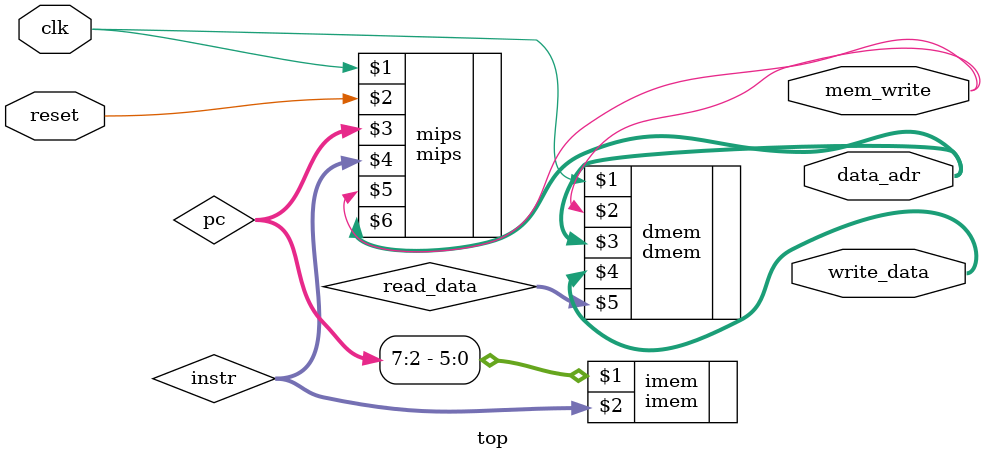
<source format=sv>
`timescale 1ns / 1ps


module top(
    input logic clk, reset,
    output logic [31:0] write_data, data_adr,
    output logic mem_write
    );

    logic [31:0] pc, instr, read_data;

    // Init processor and mems.
    mips mips(clk, reset, pc, instr, mem_write, data_adr);
    imem imem(pc[7:2], instr);
    dmem dmem(clk, mem_write, data_adr, write_data, read_data);
endmodule

</source>
